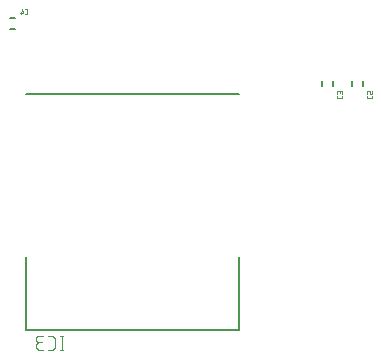
<source format=gbr>
G04 EAGLE Gerber X2 export*
%TF.Part,Single*%
%TF.FileFunction,Legend,Bot,1*%
%TF.FilePolarity,Positive*%
%TF.GenerationSoftware,Autodesk,EAGLE,8.7.1*%
%TF.CreationDate,2020-07-24T08:34:06Z*%
G75*
%MOMM*%
%FSLAX34Y34*%
%LPD*%
%AMOC8*
5,1,8,0,0,1.08239X$1,22.5*%
G01*
%ADD10C,0.203200*%
%ADD11C,0.101600*%
%ADD12C,0.127000*%
%ADD13C,0.050800*%


D10*
X532300Y321300D02*
X712300Y321300D01*
D11*
X562173Y116192D02*
X562173Y104508D01*
X563471Y104508D02*
X560874Y104508D01*
X560874Y116192D02*
X563471Y116192D01*
X553711Y104508D02*
X551114Y104508D01*
X553711Y104508D02*
X553810Y104510D01*
X553910Y104516D01*
X554009Y104525D01*
X554107Y104538D01*
X554205Y104555D01*
X554303Y104576D01*
X554399Y104601D01*
X554494Y104629D01*
X554588Y104661D01*
X554681Y104696D01*
X554773Y104735D01*
X554863Y104778D01*
X554951Y104823D01*
X555038Y104873D01*
X555122Y104925D01*
X555205Y104981D01*
X555285Y105039D01*
X555363Y105101D01*
X555438Y105166D01*
X555511Y105234D01*
X555581Y105304D01*
X555649Y105377D01*
X555714Y105452D01*
X555776Y105530D01*
X555834Y105610D01*
X555890Y105693D01*
X555942Y105777D01*
X555992Y105864D01*
X556037Y105952D01*
X556080Y106042D01*
X556119Y106134D01*
X556154Y106227D01*
X556186Y106321D01*
X556214Y106416D01*
X556239Y106512D01*
X556260Y106610D01*
X556277Y106708D01*
X556290Y106806D01*
X556299Y106905D01*
X556305Y107005D01*
X556307Y107104D01*
X556307Y113596D01*
X556305Y113695D01*
X556299Y113795D01*
X556290Y113894D01*
X556277Y113992D01*
X556260Y114090D01*
X556239Y114188D01*
X556214Y114284D01*
X556186Y114379D01*
X556154Y114473D01*
X556119Y114566D01*
X556080Y114658D01*
X556037Y114748D01*
X555992Y114836D01*
X555942Y114923D01*
X555890Y115007D01*
X555834Y115090D01*
X555776Y115170D01*
X555714Y115248D01*
X555649Y115323D01*
X555581Y115396D01*
X555511Y115466D01*
X555438Y115534D01*
X555363Y115599D01*
X555285Y115661D01*
X555205Y115719D01*
X555122Y115775D01*
X555038Y115827D01*
X554951Y115877D01*
X554863Y115922D01*
X554773Y115965D01*
X554681Y116004D01*
X554588Y116039D01*
X554494Y116071D01*
X554399Y116099D01*
X554303Y116124D01*
X554205Y116145D01*
X554107Y116162D01*
X554009Y116175D01*
X553910Y116184D01*
X553810Y116190D01*
X553711Y116192D01*
X551114Y116192D01*
X546749Y104508D02*
X543504Y104508D01*
X543391Y104510D01*
X543278Y104516D01*
X543165Y104526D01*
X543052Y104540D01*
X542940Y104557D01*
X542829Y104579D01*
X542719Y104604D01*
X542609Y104634D01*
X542501Y104667D01*
X542394Y104704D01*
X542288Y104744D01*
X542184Y104789D01*
X542081Y104837D01*
X541980Y104888D01*
X541881Y104943D01*
X541784Y105001D01*
X541689Y105063D01*
X541596Y105128D01*
X541506Y105196D01*
X541418Y105267D01*
X541332Y105342D01*
X541249Y105419D01*
X541169Y105499D01*
X541092Y105582D01*
X541017Y105668D01*
X540946Y105756D01*
X540878Y105846D01*
X540813Y105939D01*
X540751Y106034D01*
X540693Y106131D01*
X540638Y106230D01*
X540587Y106331D01*
X540539Y106434D01*
X540494Y106538D01*
X540454Y106644D01*
X540417Y106751D01*
X540384Y106859D01*
X540354Y106969D01*
X540329Y107079D01*
X540307Y107190D01*
X540290Y107302D01*
X540276Y107415D01*
X540266Y107528D01*
X540260Y107641D01*
X540258Y107754D01*
X540260Y107867D01*
X540266Y107980D01*
X540276Y108093D01*
X540290Y108206D01*
X540307Y108318D01*
X540329Y108429D01*
X540354Y108539D01*
X540384Y108649D01*
X540417Y108757D01*
X540454Y108864D01*
X540494Y108970D01*
X540539Y109074D01*
X540587Y109177D01*
X540638Y109278D01*
X540693Y109377D01*
X540751Y109474D01*
X540813Y109569D01*
X540878Y109662D01*
X540946Y109752D01*
X541017Y109840D01*
X541092Y109926D01*
X541169Y110009D01*
X541249Y110089D01*
X541332Y110166D01*
X541418Y110241D01*
X541506Y110312D01*
X541596Y110380D01*
X541689Y110445D01*
X541784Y110507D01*
X541881Y110565D01*
X541980Y110620D01*
X542081Y110671D01*
X542184Y110719D01*
X542288Y110764D01*
X542394Y110804D01*
X542501Y110841D01*
X542609Y110874D01*
X542719Y110904D01*
X542829Y110929D01*
X542940Y110951D01*
X543052Y110968D01*
X543165Y110982D01*
X543278Y110992D01*
X543391Y110998D01*
X543504Y111000D01*
X542854Y116192D02*
X546749Y116192D01*
X542854Y116192D02*
X542753Y116190D01*
X542653Y116184D01*
X542553Y116174D01*
X542453Y116161D01*
X542354Y116143D01*
X542255Y116122D01*
X542158Y116097D01*
X542061Y116068D01*
X541966Y116035D01*
X541872Y115999D01*
X541780Y115959D01*
X541689Y115916D01*
X541600Y115869D01*
X541513Y115819D01*
X541427Y115765D01*
X541344Y115708D01*
X541264Y115648D01*
X541185Y115585D01*
X541109Y115518D01*
X541036Y115449D01*
X540966Y115377D01*
X540898Y115303D01*
X540833Y115226D01*
X540772Y115146D01*
X540713Y115064D01*
X540658Y114980D01*
X540606Y114894D01*
X540557Y114806D01*
X540512Y114716D01*
X540470Y114624D01*
X540432Y114531D01*
X540398Y114436D01*
X540367Y114341D01*
X540340Y114244D01*
X540317Y114146D01*
X540297Y114047D01*
X540282Y113947D01*
X540270Y113847D01*
X540262Y113747D01*
X540258Y113646D01*
X540258Y113546D01*
X540262Y113445D01*
X540270Y113345D01*
X540282Y113245D01*
X540297Y113145D01*
X540317Y113046D01*
X540340Y112948D01*
X540367Y112851D01*
X540398Y112756D01*
X540432Y112661D01*
X540470Y112568D01*
X540512Y112476D01*
X540557Y112386D01*
X540606Y112298D01*
X540658Y112212D01*
X540713Y112128D01*
X540772Y112046D01*
X540833Y111966D01*
X540898Y111889D01*
X540966Y111815D01*
X541036Y111743D01*
X541109Y111674D01*
X541185Y111607D01*
X541264Y111544D01*
X541344Y111484D01*
X541427Y111427D01*
X541513Y111373D01*
X541600Y111323D01*
X541689Y111276D01*
X541780Y111233D01*
X541872Y111193D01*
X541966Y111157D01*
X542061Y111124D01*
X542158Y111095D01*
X542255Y111070D01*
X542354Y111049D01*
X542453Y111031D01*
X542553Y111018D01*
X542653Y111008D01*
X542753Y111002D01*
X542854Y111000D01*
X542854Y110999D02*
X545451Y110999D01*
D10*
X532300Y121300D02*
X712300Y121300D01*
X532300Y121300D02*
X532300Y182880D01*
X712300Y182880D02*
X712300Y121300D01*
D12*
X817300Y328000D02*
X817300Y332300D01*
X808300Y332500D02*
X808300Y328200D01*
D13*
X820674Y319750D02*
X820674Y318752D01*
X820676Y318692D01*
X820681Y318632D01*
X820690Y318572D01*
X820703Y318513D01*
X820719Y318455D01*
X820739Y318398D01*
X820762Y318342D01*
X820788Y318288D01*
X820818Y318236D01*
X820851Y318185D01*
X820886Y318137D01*
X820925Y318090D01*
X820966Y318046D01*
X821010Y318005D01*
X821057Y317966D01*
X821105Y317931D01*
X821156Y317898D01*
X821208Y317868D01*
X821262Y317842D01*
X821318Y317819D01*
X821375Y317799D01*
X821433Y317783D01*
X821492Y317770D01*
X821552Y317761D01*
X821612Y317756D01*
X821672Y317754D01*
X824168Y317754D01*
X824231Y317756D01*
X824293Y317762D01*
X824355Y317772D01*
X824416Y317785D01*
X824476Y317803D01*
X824535Y317824D01*
X824593Y317849D01*
X824649Y317877D01*
X824703Y317909D01*
X824755Y317945D01*
X824804Y317983D01*
X824851Y318024D01*
X824895Y318069D01*
X824937Y318116D01*
X824975Y318165D01*
X825011Y318217D01*
X825043Y318271D01*
X825071Y318327D01*
X825096Y318385D01*
X825117Y318444D01*
X825135Y318504D01*
X825148Y318565D01*
X825158Y318627D01*
X825164Y318689D01*
X825166Y318752D01*
X825166Y319750D01*
X820674Y321519D02*
X820674Y323016D01*
X820676Y323076D01*
X820681Y323136D01*
X820690Y323196D01*
X820703Y323255D01*
X820719Y323313D01*
X820739Y323370D01*
X820762Y323426D01*
X820788Y323480D01*
X820818Y323532D01*
X820851Y323583D01*
X820886Y323631D01*
X820925Y323678D01*
X820966Y323722D01*
X821010Y323763D01*
X821057Y323802D01*
X821105Y323837D01*
X821156Y323870D01*
X821208Y323900D01*
X821262Y323926D01*
X821318Y323949D01*
X821375Y323969D01*
X821433Y323985D01*
X821492Y323998D01*
X821552Y324007D01*
X821612Y324012D01*
X821672Y324014D01*
X822171Y324014D01*
X822231Y324012D01*
X822291Y324007D01*
X822351Y323998D01*
X822410Y323985D01*
X822468Y323969D01*
X822525Y323949D01*
X822581Y323926D01*
X822635Y323900D01*
X822687Y323870D01*
X822738Y323837D01*
X822786Y323802D01*
X822833Y323763D01*
X822877Y323722D01*
X822918Y323678D01*
X822957Y323631D01*
X822992Y323583D01*
X823025Y323532D01*
X823055Y323480D01*
X823081Y323426D01*
X823104Y323370D01*
X823124Y323313D01*
X823140Y323255D01*
X823153Y323196D01*
X823162Y323136D01*
X823167Y323076D01*
X823169Y323016D01*
X823170Y323016D02*
X823170Y321519D01*
X825166Y321519D01*
X825166Y324014D01*
D12*
X791900Y328000D02*
X791900Y332300D01*
X782900Y332500D02*
X782900Y328200D01*
D13*
X795274Y319750D02*
X795274Y318752D01*
X795276Y318692D01*
X795281Y318632D01*
X795290Y318572D01*
X795303Y318513D01*
X795319Y318455D01*
X795339Y318398D01*
X795362Y318342D01*
X795388Y318288D01*
X795418Y318236D01*
X795451Y318185D01*
X795486Y318137D01*
X795525Y318090D01*
X795566Y318046D01*
X795610Y318005D01*
X795657Y317966D01*
X795705Y317931D01*
X795756Y317898D01*
X795808Y317868D01*
X795862Y317842D01*
X795918Y317819D01*
X795975Y317799D01*
X796033Y317783D01*
X796092Y317770D01*
X796152Y317761D01*
X796212Y317756D01*
X796272Y317754D01*
X798768Y317754D01*
X798831Y317756D01*
X798893Y317762D01*
X798955Y317772D01*
X799016Y317785D01*
X799076Y317803D01*
X799135Y317824D01*
X799193Y317849D01*
X799249Y317877D01*
X799303Y317909D01*
X799355Y317945D01*
X799404Y317983D01*
X799451Y318024D01*
X799495Y318069D01*
X799537Y318116D01*
X799575Y318165D01*
X799611Y318217D01*
X799643Y318271D01*
X799671Y318327D01*
X799696Y318385D01*
X799717Y318444D01*
X799735Y318504D01*
X799748Y318565D01*
X799758Y318627D01*
X799764Y318689D01*
X799766Y318752D01*
X799766Y319750D01*
X795274Y321519D02*
X795274Y322767D01*
X795276Y322836D01*
X795282Y322904D01*
X795291Y322972D01*
X795304Y323040D01*
X795321Y323107D01*
X795342Y323172D01*
X795366Y323237D01*
X795393Y323300D01*
X795424Y323361D01*
X795459Y323421D01*
X795496Y323478D01*
X795537Y323534D01*
X795581Y323587D01*
X795627Y323637D01*
X795677Y323685D01*
X795729Y323730D01*
X795783Y323773D01*
X795839Y323812D01*
X795898Y323848D01*
X795958Y323881D01*
X796021Y323910D01*
X796084Y323936D01*
X796149Y323958D01*
X796216Y323977D01*
X796283Y323992D01*
X796351Y324003D01*
X796419Y324011D01*
X796488Y324015D01*
X796556Y324015D01*
X796625Y324011D01*
X796693Y324003D01*
X796761Y323992D01*
X796828Y323977D01*
X796895Y323958D01*
X796960Y323936D01*
X797023Y323910D01*
X797086Y323881D01*
X797146Y323848D01*
X797205Y323812D01*
X797261Y323773D01*
X797315Y323730D01*
X797367Y323685D01*
X797417Y323637D01*
X797463Y323587D01*
X797507Y323534D01*
X797548Y323478D01*
X797585Y323421D01*
X797620Y323361D01*
X797651Y323300D01*
X797678Y323237D01*
X797702Y323172D01*
X797723Y323107D01*
X797740Y323040D01*
X797753Y322972D01*
X797762Y322904D01*
X797768Y322836D01*
X797770Y322767D01*
X799766Y323016D02*
X799766Y321519D01*
X799766Y323016D02*
X799764Y323077D01*
X799758Y323139D01*
X799749Y323199D01*
X799736Y323259D01*
X799719Y323319D01*
X799699Y323377D01*
X799675Y323433D01*
X799647Y323488D01*
X799617Y323541D01*
X799583Y323593D01*
X799546Y323642D01*
X799506Y323688D01*
X799463Y323732D01*
X799417Y323774D01*
X799369Y323812D01*
X799319Y323848D01*
X799267Y323880D01*
X799213Y323909D01*
X799157Y323935D01*
X799100Y323957D01*
X799041Y323976D01*
X798982Y323991D01*
X798921Y324002D01*
X798860Y324010D01*
X798799Y324014D01*
X798737Y324014D01*
X798676Y324010D01*
X798615Y324002D01*
X798554Y323991D01*
X798495Y323976D01*
X798436Y323957D01*
X798379Y323935D01*
X798323Y323909D01*
X798269Y323880D01*
X798217Y323848D01*
X798167Y323812D01*
X798119Y323774D01*
X798073Y323732D01*
X798030Y323688D01*
X797990Y323642D01*
X797953Y323593D01*
X797919Y323541D01*
X797889Y323488D01*
X797861Y323433D01*
X797837Y323377D01*
X797817Y323319D01*
X797800Y323259D01*
X797787Y323199D01*
X797778Y323139D01*
X797772Y323077D01*
X797770Y323016D01*
X797770Y322018D01*
D12*
X522900Y385500D02*
X518600Y385500D01*
X518400Y376500D02*
X522700Y376500D01*
D13*
X531150Y388874D02*
X532148Y388874D01*
X532208Y388876D01*
X532268Y388881D01*
X532328Y388890D01*
X532387Y388903D01*
X532445Y388919D01*
X532502Y388939D01*
X532558Y388962D01*
X532612Y388988D01*
X532664Y389018D01*
X532715Y389051D01*
X532763Y389086D01*
X532810Y389125D01*
X532854Y389166D01*
X532895Y389210D01*
X532934Y389257D01*
X532969Y389305D01*
X533002Y389356D01*
X533032Y389408D01*
X533058Y389462D01*
X533081Y389518D01*
X533101Y389575D01*
X533117Y389633D01*
X533130Y389692D01*
X533139Y389752D01*
X533144Y389812D01*
X533146Y389872D01*
X533146Y392368D01*
X533144Y392431D01*
X533138Y392493D01*
X533128Y392555D01*
X533115Y392616D01*
X533097Y392676D01*
X533076Y392735D01*
X533051Y392793D01*
X533023Y392849D01*
X532991Y392903D01*
X532955Y392955D01*
X532917Y393004D01*
X532876Y393051D01*
X532831Y393095D01*
X532784Y393137D01*
X532735Y393175D01*
X532683Y393211D01*
X532629Y393243D01*
X532573Y393271D01*
X532515Y393296D01*
X532456Y393317D01*
X532396Y393335D01*
X532335Y393348D01*
X532273Y393358D01*
X532211Y393364D01*
X532148Y393366D01*
X531150Y393366D01*
X528383Y393366D02*
X529381Y389872D01*
X526886Y389872D01*
X527634Y390870D02*
X527634Y388874D01*
M02*

</source>
